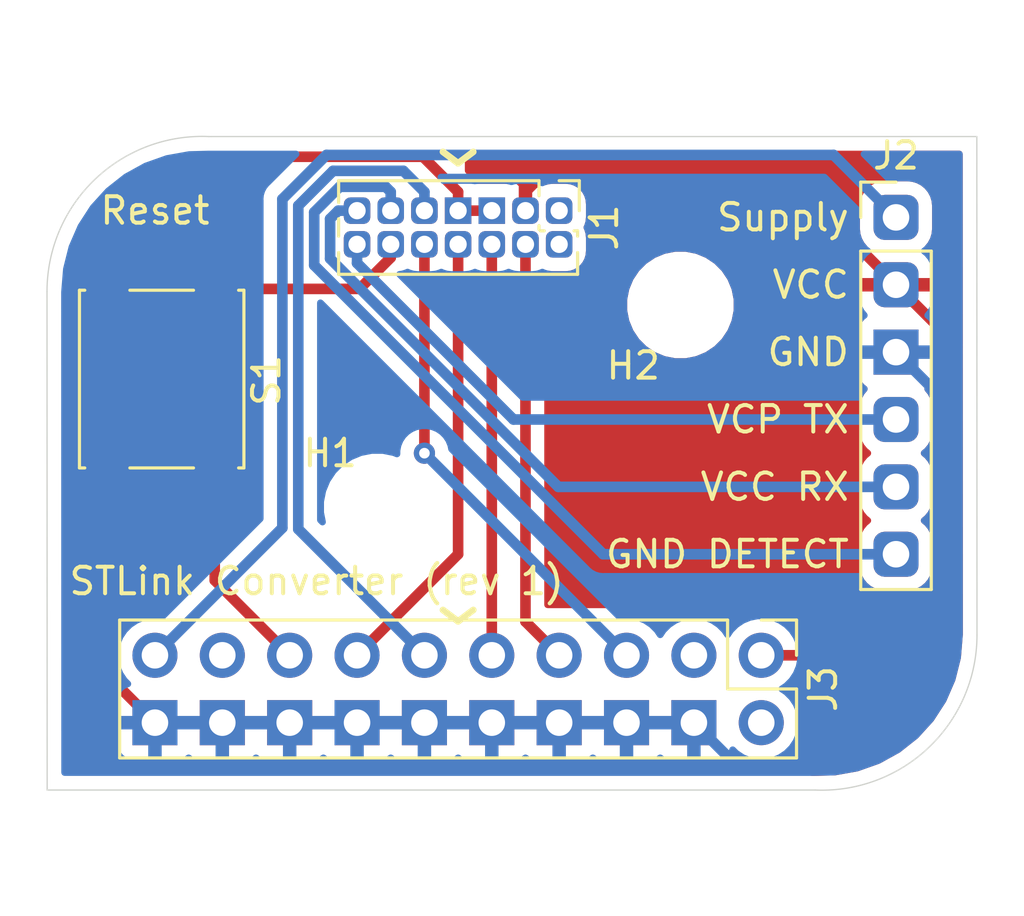
<source format=kicad_pcb>
(kicad_pcb (version 20171130) (host pcbnew 5.1.9)

  (general
    (thickness 1.6)
    (drawings 16)
    (tracks 69)
    (zones 0)
    (modules 6)
    (nets 18)
  )

  (page A4)
  (layers
    (0 F.Cu signal)
    (31 B.Cu signal)
    (32 B.Adhes user)
    (33 F.Adhes user)
    (34 B.Paste user)
    (35 F.Paste user)
    (36 B.SilkS user)
    (37 F.SilkS user)
    (38 B.Mask user)
    (39 F.Mask user)
    (40 Dwgs.User user)
    (41 Cmts.User user)
    (42 Eco1.User user)
    (43 Eco2.User user)
    (44 Edge.Cuts user)
    (45 Margin user)
    (46 B.CrtYd user)
    (47 F.CrtYd user)
    (48 B.Fab user)
    (49 F.Fab user)
  )

  (setup
    (last_trace_width 0.4)
    (user_trace_width 0.4)
    (user_trace_width 0.6)
    (trace_clearance 0.2)
    (zone_clearance 0.508)
    (zone_45_only no)
    (trace_min 0.2)
    (via_size 0.8)
    (via_drill 0.4)
    (via_min_size 0.4)
    (via_min_drill 0.3)
    (uvia_size 0.3)
    (uvia_drill 0.1)
    (uvias_allowed no)
    (uvia_min_size 0.2)
    (uvia_min_drill 0.1)
    (edge_width 0.05)
    (segment_width 0.2)
    (pcb_text_width 0.3)
    (pcb_text_size 1.5 1.5)
    (mod_edge_width 0.12)
    (mod_text_size 1 1)
    (mod_text_width 0.15)
    (pad_size 1.7 1.7)
    (pad_drill 1)
    (pad_to_mask_clearance 0)
    (aux_axis_origin 0 0)
    (visible_elements FFFFFF7F)
    (pcbplotparams
      (layerselection 0x010fc_ffffffff)
      (usegerberextensions true)
      (usegerberattributes true)
      (usegerberadvancedattributes true)
      (creategerberjobfile true)
      (excludeedgelayer true)
      (linewidth 0.100000)
      (plotframeref false)
      (viasonmask false)
      (mode 1)
      (useauxorigin false)
      (hpglpennumber 1)
      (hpglpenspeed 20)
      (hpglpendiameter 15.000000)
      (psnegative false)
      (psa4output false)
      (plotreference true)
      (plotvalue true)
      (plotinvisibletext false)
      (padsonsilk false)
      (subtractmaskfromsilk false)
      (outputformat 1)
      (mirror false)
      (drillshape 0)
      (scaleselection 1)
      (outputdirectory "gerber/"))
  )

  (net 0 "")
  (net 1 T_VCP_TX)
  (net 2 T_VCP_RX)
  (net 3 T_NRST)
  (net 4 GNDDETECT)
  (net 5 T_JTDI)
  (net 6 T_JRCLK)
  (net 7 T_JTDO)
  (net 8 GND)
  (net 9 T_JCLK)
  (net 10 T_JTMS)
  (net 11 T_VCC)
  (net 12 "Net-(J1-Pad2)")
  (net 13 "Net-(J1-Pad1)")
  (net 14 T_SUPPLY)
  (net 15 "Net-(J3-Pad17)")
  (net 16 "Net-(J3-Pad3)")
  (net 17 "Net-(J3-Pad2)")

  (net_class Default "This is the default net class."
    (clearance 0.2)
    (trace_width 0.25)
    (via_dia 0.8)
    (via_drill 0.4)
    (uvia_dia 0.3)
    (uvia_drill 0.1)
    (add_net GND)
    (add_net GNDDETECT)
    (add_net "Net-(J1-Pad1)")
    (add_net "Net-(J1-Pad2)")
    (add_net "Net-(J3-Pad17)")
    (add_net "Net-(J3-Pad2)")
    (add_net "Net-(J3-Pad3)")
    (add_net T_JCLK)
    (add_net T_JRCLK)
    (add_net T_JTDI)
    (add_net T_JTDO)
    (add_net T_JTMS)
    (add_net T_NRST)
    (add_net T_SUPPLY)
    (add_net T_VCC)
    (add_net T_VCP_RX)
    (add_net T_VCP_TX)
  )

  (module MountingHole:MountingHole_3mm (layer F.Cu) (tedit 56D1B4CB) (tstamp 6022D085)
    (at 116.332 74.422)
    (descr "Mounting Hole 3mm, no annular")
    (tags "mounting hole 3mm no annular")
    (path /6025BF82)
    (attr virtual)
    (fp_text reference H2 (at -1.778 2.286) (layer F.SilkS)
      (effects (font (size 1 1) (thickness 0.15)))
    )
    (fp_text value MountingHole (at 0 4) (layer F.Fab)
      (effects (font (size 1 1) (thickness 0.15)))
    )
    (fp_text user %R (at 0.3 0) (layer F.Fab)
      (effects (font (size 1 1) (thickness 0.15)))
    )
    (fp_circle (center 0 0) (end 3 0) (layer Cmts.User) (width 0.15))
    (fp_circle (center 0 0) (end 3.25 0) (layer F.CrtYd) (width 0.05))
    (pad 1 np_thru_hole circle (at 0 0) (size 3 3) (drill 3) (layers *.Cu *.Mask))
  )

  (module MountingHole:MountingHole_3mm (layer F.Cu) (tedit 56D1B4CB) (tstamp 6022D07D)
    (at 104.902 82.042)
    (descr "Mounting Hole 3mm, no annular")
    (tags "mounting hole 3mm no annular")
    (path /6025BA32)
    (attr virtual)
    (fp_text reference H1 (at -1.778 -2.032) (layer F.SilkS)
      (effects (font (size 1 1) (thickness 0.15)))
    )
    (fp_text value MountingHole (at 0 4) (layer F.Fab)
      (effects (font (size 1 1) (thickness 0.15)))
    )
    (fp_text user %R (at 0.3 0) (layer F.Fab)
      (effects (font (size 1 1) (thickness 0.15)))
    )
    (fp_circle (center 0 0) (end 3 0) (layer Cmts.User) (width 0.15))
    (fp_circle (center 0 0) (end 3.25 0) (layer F.CrtYd) (width 0.05))
    (pad 1 np_thru_hole circle (at 0 0) (size 3 3) (drill 3) (layers *.Cu *.Mask))
  )

  (module Button_Switch_SMD:SW_SPST_EVQQ2 (layer F.Cu) (tedit 5872491A) (tstamp 6022BF56)
    (at 96.774 77.216 270)
    (descr "Light Touch Switch, https://industrial.panasonic.com/cdbs/www-data/pdf/ATK0000/ATK0000CE28.pdf")
    (path /6022CBFE)
    (attr smd)
    (fp_text reference S1 (at 0.05 -3.95 90) (layer F.SilkS)
      (effects (font (size 1 1) (thickness 0.15)))
    )
    (fp_text value PUSH_BUTTON (at 0 4.25 90) (layer F.Fab)
      (effects (font (size 1 1) (thickness 0.15)))
    )
    (fp_text user %R (at 0.05 -3.95 90) (layer F.Fab)
      (effects (font (size 1 1) (thickness 0.15)))
    )
    (fp_line (start -3.25 -3) (end 3.25 -3) (layer F.Fab) (width 0.1))
    (fp_line (start 3.25 -3) (end 3.25 3) (layer F.Fab) (width 0.1))
    (fp_line (start 3.25 3) (end -3.25 3) (layer F.Fab) (width 0.1))
    (fp_line (start -3.25 3) (end -3.25 -3) (layer F.Fab) (width 0.1))
    (fp_line (start -5.25 -3.25) (end 5.25 -3.25) (layer F.CrtYd) (width 0.05))
    (fp_line (start 5.25 -3.25) (end 5.25 3.25) (layer F.CrtYd) (width 0.05))
    (fp_line (start 5.25 3.25) (end -5.25 3.25) (layer F.CrtYd) (width 0.05))
    (fp_line (start -5.25 3.25) (end -5.25 -3.25) (layer F.CrtYd) (width 0.05))
    (fp_line (start 3.35 -3.1) (end 3.35 -2.9) (layer F.SilkS) (width 0.12))
    (fp_line (start 3.35 3.1) (end 3.35 2.9) (layer F.SilkS) (width 0.12))
    (fp_line (start -3.35 3.1) (end -3.35 2.9) (layer F.SilkS) (width 0.12))
    (fp_line (start -3.35 -3.1) (end -3.35 -2.9) (layer F.SilkS) (width 0.12))
    (fp_line (start -3.35 -1.2) (end -3.35 1.2) (layer F.SilkS) (width 0.12))
    (fp_line (start 3.35 -1.2) (end 3.35 1.2) (layer F.SilkS) (width 0.12))
    (fp_line (start 3.35 -3.1) (end -3.35 -3.1) (layer F.SilkS) (width 0.12))
    (fp_line (start -3.35 3.1) (end 3.35 3.1) (layer F.SilkS) (width 0.12))
    (fp_circle (center 0 0) (end 1.9 0) (layer F.Fab) (width 0.1))
    (fp_circle (center 0 0) (end 1.5 0) (layer F.Fab) (width 0.1))
    (pad 2 smd rect (at 3.4 2 270) (size 3.2 1) (layers F.Cu F.Paste F.Mask)
      (net 8 GND))
    (pad 2 smd rect (at -3.4 2 270) (size 3.2 1) (layers F.Cu F.Paste F.Mask)
      (net 8 GND))
    (pad 1 smd rect (at -3.4 -2 270) (size 3.2 1) (layers F.Cu F.Paste F.Mask)
      (net 3 T_NRST))
    (pad 1 smd rect (at 3.4 -2 270) (size 3.2 1) (layers F.Cu F.Paste F.Mask)
      (net 3 T_NRST))
    (model ${KISYS3DMOD}/Button_Switch_SMD.3dshapes/SW_SPST_EVQQ2.wrl
      (at (xyz 0 0 0))
      (scale (xyz 1 1 1))
      (rotate (xyz 0 0 0))
    )
  )

  (module Connector_PinHeader_2.54mm:PinHeader_2x10_P2.54mm_Vertical (layer F.Cu) (tedit 602267E2) (tstamp 6022B73C)
    (at 119.38 87.63 270)
    (descr "Through hole straight pin header, 2x10, 2.54mm pitch, double rows")
    (tags "Through hole pin header THT 2x10 2.54mm double row")
    (path /60228B64)
    (fp_text reference J3 (at 1.27 -2.33 90) (layer F.SilkS)
      (effects (font (size 1 1) (thickness 0.15)))
    )
    (fp_text value Conn_02x10_Odd_Even (at 1.27 25.19 90) (layer F.Fab)
      (effects (font (size 1 1) (thickness 0.15)))
    )
    (fp_text user %R (at 1.27 11.43) (layer F.Fab)
      (effects (font (size 1 1) (thickness 0.15)))
    )
    (fp_line (start 0 -1.27) (end 3.81 -1.27) (layer F.Fab) (width 0.1))
    (fp_line (start 3.81 -1.27) (end 3.81 24.13) (layer F.Fab) (width 0.1))
    (fp_line (start 3.81 24.13) (end -1.27 24.13) (layer F.Fab) (width 0.1))
    (fp_line (start -1.27 24.13) (end -1.27 0) (layer F.Fab) (width 0.1))
    (fp_line (start -1.27 0) (end 0 -1.27) (layer F.Fab) (width 0.1))
    (fp_line (start -1.33 24.19) (end 3.87 24.19) (layer F.SilkS) (width 0.12))
    (fp_line (start -1.33 1.27) (end -1.33 24.19) (layer F.SilkS) (width 0.12))
    (fp_line (start 3.87 -1.33) (end 3.87 24.19) (layer F.SilkS) (width 0.12))
    (fp_line (start -1.33 1.27) (end 1.27 1.27) (layer F.SilkS) (width 0.12))
    (fp_line (start 1.27 1.27) (end 1.27 -1.33) (layer F.SilkS) (width 0.12))
    (fp_line (start 1.27 -1.33) (end 3.87 -1.33) (layer F.SilkS) (width 0.12))
    (fp_line (start -1.33 0) (end -1.33 -1.33) (layer F.SilkS) (width 0.12))
    (fp_line (start -1.33 -1.33) (end 0 -1.33) (layer F.SilkS) (width 0.12))
    (fp_line (start -1.8 -1.8) (end -1.8 24.65) (layer F.CrtYd) (width 0.05))
    (fp_line (start -1.8 24.65) (end 4.35 24.65) (layer F.CrtYd) (width 0.05))
    (fp_line (start 4.35 24.65) (end 4.35 -1.8) (layer F.CrtYd) (width 0.05))
    (fp_line (start 4.35 -1.8) (end -1.8 -1.8) (layer F.CrtYd) (width 0.05))
    (pad 20 thru_hole rect (at 2.54 22.86 270) (size 1.7 1.7) (drill 1) (layers *.Cu *.Mask)
      (net 8 GND))
    (pad 19 thru_hole oval (at 0 22.86 270) (size 1.7 1.7) (drill 1) (layers *.Cu *.Mask)
      (net 14 T_SUPPLY))
    (pad 18 thru_hole rect (at 2.54 20.32 270) (size 1.7 1.7) (drill 1) (layers *.Cu *.Mask)
      (net 8 GND))
    (pad 17 thru_hole oval (at 0 20.32 270) (size 1.7 1.7) (drill 1) (layers *.Cu *.Mask)
      (net 15 "Net-(J3-Pad17)"))
    (pad 16 thru_hole rect (at 2.54 17.78 270) (size 1.7 1.7) (drill 1) (layers *.Cu *.Mask)
      (net 8 GND))
    (pad 15 thru_hole oval (at 0 17.78 270) (size 1.7 1.7) (drill 1) (layers *.Cu *.Mask)
      (net 3 T_NRST))
    (pad 14 thru_hole rect (at 2.54 15.24 270) (size 1.7 1.7) (drill 1) (layers *.Cu *.Mask)
      (net 8 GND))
    (pad 13 thru_hole oval (at 0 15.24 270) (size 1.7 1.7) (drill 1) (layers *.Cu *.Mask)
      (net 7 T_JTDO))
    (pad 12 thru_hole rect (at 2.54 12.7 270) (size 1.7 1.7) (drill 1) (layers *.Cu *.Mask)
      (net 8 GND))
    (pad 11 thru_hole oval (at 0 12.7 270) (size 1.7 1.7) (drill 1) (layers *.Cu *.Mask)
      (net 6 T_JRCLK))
    (pad 10 thru_hole rect (at 2.54 10.16 270) (size 1.7 1.7) (drill 1) (layers *.Cu *.Mask)
      (net 8 GND))
    (pad 9 thru_hole oval (at 0 10.16 270) (size 1.7 1.7) (drill 1) (layers *.Cu *.Mask)
      (net 9 T_JCLK))
    (pad 8 thru_hole rect (at 2.54 7.62 270) (size 1.7 1.7) (drill 1) (layers *.Cu *.Mask)
      (net 8 GND))
    (pad 7 thru_hole oval (at 0 7.62 270) (size 1.7 1.7) (drill 1) (layers *.Cu *.Mask)
      (net 10 T_JTMS))
    (pad 6 thru_hole rect (at 2.54 5.08 270) (size 1.7 1.7) (drill 1) (layers *.Cu *.Mask)
      (net 8 GND))
    (pad 5 thru_hole oval (at 0 5.08 270) (size 1.7 1.7) (drill 1) (layers *.Cu *.Mask)
      (net 5 T_JTDI))
    (pad 4 thru_hole rect (at 2.54 2.54 270) (size 1.7 1.7) (drill 1) (layers *.Cu *.Mask)
      (net 8 GND))
    (pad 3 thru_hole oval (at 0 2.54 270) (size 1.7 1.7) (drill 1) (layers *.Cu *.Mask)
      (net 16 "Net-(J3-Pad3)"))
    (pad 2 thru_hole oval (at 2.54 0 270) (size 1.7 1.7) (drill 1) (layers *.Cu *.Mask)
      (net 17 "Net-(J3-Pad2)"))
    (pad 1 thru_hole oval (at 0 0 270) (size 1.7 1.7) (drill 1) (layers *.Cu *.Mask)
      (net 11 T_VCC))
    (model ${KISYS3DMOD}/Connector_PinHeader_2.54mm.3dshapes/PinHeader_2x10_P2.54mm_Vertical.wrl
      (at (xyz 0 0 0))
      (scale (xyz 1 1 1))
      (rotate (xyz 0 0 0))
    )
  )

  (module Connector_PinHeader_2.54mm:PinHeader_1x06_P2.54mm_Vertical (layer F.Cu) (tedit 602263A6) (tstamp 6022B712)
    (at 124.46 71.12)
    (descr "Through hole straight pin header, 1x06, 2.54mm pitch, single row")
    (tags "Through hole pin header THT 1x06 2.54mm single row")
    (path /6022AF1B)
    (fp_text reference J2 (at 0 -2.33) (layer F.SilkS)
      (effects (font (size 1 1) (thickness 0.15)))
    )
    (fp_text value Conn_01x06 (at 0 15.03) (layer F.Fab)
      (effects (font (size 1 1) (thickness 0.15)))
    )
    (fp_text user %R (at 0 6.35 90) (layer F.Fab)
      (effects (font (size 1 1) (thickness 0.15)))
    )
    (fp_line (start -0.635 -1.27) (end 1.27 -1.27) (layer F.Fab) (width 0.1))
    (fp_line (start 1.27 -1.27) (end 1.27 13.97) (layer F.Fab) (width 0.1))
    (fp_line (start 1.27 13.97) (end -1.27 13.97) (layer F.Fab) (width 0.1))
    (fp_line (start -1.27 13.97) (end -1.27 -0.635) (layer F.Fab) (width 0.1))
    (fp_line (start -1.27 -0.635) (end -0.635 -1.27) (layer F.Fab) (width 0.1))
    (fp_line (start -1.33 14.03) (end 1.33 14.03) (layer F.SilkS) (width 0.12))
    (fp_line (start -1.33 1.27) (end -1.33 14.03) (layer F.SilkS) (width 0.12))
    (fp_line (start 1.33 1.27) (end 1.33 14.03) (layer F.SilkS) (width 0.12))
    (fp_line (start -1.33 1.27) (end 1.33 1.27) (layer F.SilkS) (width 0.12))
    (fp_line (start -1.33 0) (end -1.33 -1.33) (layer F.SilkS) (width 0.12))
    (fp_line (start -1.33 -1.33) (end 0 -1.33) (layer F.SilkS) (width 0.12))
    (fp_line (start -1.8 -1.8) (end -1.8 14.5) (layer F.CrtYd) (width 0.05))
    (fp_line (start -1.8 14.5) (end 1.8 14.5) (layer F.CrtYd) (width 0.05))
    (fp_line (start 1.8 14.5) (end 1.8 -1.8) (layer F.CrtYd) (width 0.05))
    (fp_line (start 1.8 -1.8) (end -1.8 -1.8) (layer F.CrtYd) (width 0.05))
    (pad 6 thru_hole roundrect (at 0 12.7) (size 1.7 1.7) (drill 1) (layers *.Cu *.Mask) (roundrect_rratio 0.25)
      (net 4 GNDDETECT))
    (pad 5 thru_hole roundrect (at 0 10.16) (size 1.7 1.7) (drill 1) (layers *.Cu *.Mask) (roundrect_rratio 0.25)
      (net 2 T_VCP_RX))
    (pad 4 thru_hole roundrect (at 0 7.62) (size 1.7 1.7) (drill 1) (layers *.Cu *.Mask) (roundrect_rratio 0.25)
      (net 1 T_VCP_TX))
    (pad 3 thru_hole trapezoid (at 0 5.08) (size 1.7 1.7) (drill 1) (layers *.Cu *.Mask)
      (net 8 GND))
    (pad 2 thru_hole roundrect (at 0 2.54) (size 1.7 1.7) (drill 1) (layers *.Cu *.Mask) (roundrect_rratio 0.25)
      (net 11 T_VCC))
    (pad 1 thru_hole roundrect (at 0 0) (size 1.7 1.7) (drill 1) (layers *.Cu *.Mask) (roundrect_rratio 0.25)
      (net 14 T_SUPPLY))
    (model ${KISYS3DMOD}/Connector_PinHeader_2.54mm.3dshapes/PinHeader_1x06_P2.54mm_Vertical.wrl
      (at (xyz 0 0 0))
      (scale (xyz 1 1 1))
      (rotate (xyz 0 0 0))
    )
  )

  (module Connector_PinHeader_1.27mm:PinHeader_2x07_P1.27mm_Vertical (layer F.Cu) (tedit 60226414) (tstamp 6022B6F8)
    (at 111.76 70.866 270)
    (descr "Through hole straight pin header, 2x07, 1.27mm pitch, double rows")
    (tags "Through hole pin header THT 2x07 1.27mm double row")
    (path /6022694F)
    (fp_text reference J1 (at 0.635 -1.695 90) (layer F.SilkS)
      (effects (font (size 1 1) (thickness 0.15)))
    )
    (fp_text value Conn_02x07_Odd_Even (at 0.635 9.315 90) (layer F.Fab)
      (effects (font (size 1 1) (thickness 0.15)))
    )
    (fp_text user %R (at 0.635 3.81) (layer F.Fab)
      (effects (font (size 1 1) (thickness 0.15)))
    )
    (fp_line (start -0.2175 -0.635) (end 2.34 -0.635) (layer F.Fab) (width 0.1))
    (fp_line (start 2.34 -0.635) (end 2.34 8.255) (layer F.Fab) (width 0.1))
    (fp_line (start 2.34 8.255) (end -1.07 8.255) (layer F.Fab) (width 0.1))
    (fp_line (start -1.07 8.255) (end -1.07 0.2175) (layer F.Fab) (width 0.1))
    (fp_line (start -1.07 0.2175) (end -0.2175 -0.635) (layer F.Fab) (width 0.1))
    (fp_line (start -1.13 8.315) (end -0.30753 8.315) (layer F.SilkS) (width 0.12))
    (fp_line (start 1.57753 8.315) (end 2.4 8.315) (layer F.SilkS) (width 0.12))
    (fp_line (start 0.30753 8.315) (end 0.96247 8.315) (layer F.SilkS) (width 0.12))
    (fp_line (start -1.13 0.76) (end -1.13 8.315) (layer F.SilkS) (width 0.12))
    (fp_line (start 2.4 -0.695) (end 2.4 8.315) (layer F.SilkS) (width 0.12))
    (fp_line (start -1.13 0.76) (end -0.563471 0.76) (layer F.SilkS) (width 0.12))
    (fp_line (start 0.563471 0.76) (end 0.706529 0.76) (layer F.SilkS) (width 0.12))
    (fp_line (start 0.76 0.706529) (end 0.76 0.563471) (layer F.SilkS) (width 0.12))
    (fp_line (start 0.76 -0.563471) (end 0.76 -0.695) (layer F.SilkS) (width 0.12))
    (fp_line (start 0.76 -0.695) (end 0.96247 -0.695) (layer F.SilkS) (width 0.12))
    (fp_line (start 1.57753 -0.695) (end 2.4 -0.695) (layer F.SilkS) (width 0.12))
    (fp_line (start -1.13 0) (end -1.13 -0.76) (layer F.SilkS) (width 0.12))
    (fp_line (start -1.13 -0.76) (end 0 -0.76) (layer F.SilkS) (width 0.12))
    (fp_line (start -1.6 -1.15) (end -1.6 8.8) (layer F.CrtYd) (width 0.05))
    (fp_line (start -1.6 8.8) (end 2.85 8.8) (layer F.CrtYd) (width 0.05))
    (fp_line (start 2.85 8.8) (end 2.85 -1.15) (layer F.CrtYd) (width 0.05))
    (fp_line (start 2.85 -1.15) (end -1.6 -1.15) (layer F.CrtYd) (width 0.05))
    (pad 14 thru_hole roundrect (at 1.27 7.62 270) (size 1 1) (drill 0.65) (layers *.Cu *.Mask) (roundrect_rratio 0.25)
      (net 1 T_VCP_TX))
    (pad 13 thru_hole roundrect (at 0 7.62 270) (size 1 1) (drill 0.65) (layers *.Cu *.Mask) (roundrect_rratio 0.25)
      (net 2 T_VCP_RX))
    (pad 12 thru_hole roundrect (at 1.27 6.35 270) (size 1 1) (drill 0.65) (layers *.Cu *.Mask) (roundrect_rratio 0.25)
      (net 3 T_NRST))
    (pad 11 thru_hole roundrect (at 0 6.35 270) (size 1 1) (drill 0.65) (layers *.Cu *.Mask) (roundrect_rratio 0.25)
      (net 4 GNDDETECT))
    (pad 10 thru_hole roundrect (at 1.27 5.08 270) (size 1 1) (drill 0.65) (layers *.Cu *.Mask) (roundrect_rratio 0.25)
      (net 5 T_JTDI))
    (pad 9 thru_hole roundrect (at 0 5.08 270) (size 1 1) (drill 0.65) (layers *.Cu *.Mask) (roundrect_rratio 0.25)
      (net 6 T_JRCLK))
    (pad 8 thru_hole roundrect (at 1.27 3.81 270) (size 1 1) (drill 0.65) (layers *.Cu *.Mask) (roundrect_rratio 0.25)
      (net 7 T_JTDO))
    (pad 7 thru_hole trapezoid (at 0 3.81 270) (size 1 1) (drill 0.65) (layers *.Cu *.Mask)
      (net 8 GND))
    (pad 6 thru_hole roundrect (at 1.27 2.54 270) (size 1 1) (drill 0.65) (layers *.Cu *.Mask) (roundrect_rratio 0.25)
      (net 9 T_JCLK))
    (pad 5 thru_hole trapezoid (at 0 2.54 270) (size 1 1) (drill 0.65) (layers *.Cu *.Mask)
      (net 8 GND))
    (pad 4 thru_hole roundrect (at 1.27 1.27 270) (size 1 1) (drill 0.65) (layers *.Cu *.Mask) (roundrect_rratio 0.25)
      (net 10 T_JTMS))
    (pad 3 thru_hole roundrect (at 0 1.27 270) (size 1 1) (drill 0.65) (layers *.Cu *.Mask) (roundrect_rratio 0.25)
      (net 11 T_VCC))
    (pad 2 thru_hole roundrect (at 1.27 0 270) (size 1 1) (drill 0.65) (layers *.Cu *.Mask) (roundrect_rratio 0.25)
      (net 12 "Net-(J1-Pad2)"))
    (pad 1 thru_hole roundrect (at 0 0 270) (size 1 1) (drill 0.65) (layers *.Cu *.Mask) (roundrect_rratio 0.25)
      (net 13 "Net-(J1-Pad1)"))
    (model ${KISYS3DMOD}/Connector_PinHeader_1.27mm.3dshapes/PinHeader_2x07_P1.27mm_Vertical.wrl
      (at (xyz 0 0 0))
      (scale (xyz 1 1 1))
      (rotate (xyz 0 0 0))
    )
  )

  (gr_text ^ (at 107.95 84.582 180) (layer F.SilkS) (tstamp 6022D83A)
    (effects (font (size 3 3) (thickness 0.25)))
  )
  (gr_text "STLink Converter (rev 1)" (at 102.616 84.836) (layer F.SilkS)
    (effects (font (size 1 1) (thickness 0.15)))
  )
  (gr_text Reset (at 96.52 70.866) (layer F.SilkS)
    (effects (font (size 1 1) (thickness 0.15)))
  )
  (gr_text "GND DETECT" (at 118.102286 83.82) (layer F.SilkS)
    (effects (font (size 1 1) (thickness 0.15)))
  )
  (gr_text "VCC RX" (at 119.888 81.28) (layer F.SilkS)
    (effects (font (size 1 1) (thickness 0.15)))
  )
  (gr_text "VCP TX" (at 120.007048 78.74) (layer F.SilkS)
    (effects (font (size 1 1) (thickness 0.15)))
  )
  (gr_text GND (at 121.149905 76.2) (layer F.SilkS)
    (effects (font (size 1 1) (thickness 0.15)))
  )
  (gr_text VCC (at 121.245143 73.66) (layer F.SilkS)
    (effects (font (size 1 1) (thickness 0.15)))
  )
  (gr_text Supply (at 120.197524 71.12) (layer F.SilkS)
    (effects (font (size 1 1) (thickness 0.15)))
  )
  (gr_text ^ (at 107.95 67.31 180) (layer F.SilkS)
    (effects (font (size 3 3) (thickness 0.25)))
  )
  (gr_arc (start 121.666 86.868) (end 121.412 92.71) (angle -92.48955292) (layer Edge.Cuts) (width 0.05) (tstamp 6022CD25))
  (gr_line (start 92.456 92.71) (end 92.450481 73.914) (layer Edge.Cuts) (width 0.05))
  (gr_line (start 121.412 92.71) (end 92.456 92.71) (layer Edge.Cuts) (width 0.05))
  (gr_line (start 127.508 68.072) (end 127.513519 86.868) (layer Edge.Cuts) (width 0.05))
  (gr_line (start 98.552 68.072) (end 127.508 68.072) (layer Edge.Cuts) (width 0.05))
  (gr_arc (start 98.298 73.914) (end 98.552 68.072) (angle -92.48955292) (layer Edge.Cuts) (width 0.05))

  (segment (start 110.036894 78.74) (end 124.46 78.74) (width 0.4) (layer B.Cu) (net 1))
  (segment (start 104.14 72.843106) (end 110.036894 78.74) (width 0.4) (layer B.Cu) (net 1))
  (segment (start 104.14 72.136) (end 104.14 72.843106) (width 0.4) (layer B.Cu) (net 1))
  (segment (start 103.432894 70.866) (end 103.124 71.174894) (width 0.4) (layer B.Cu) (net 2))
  (segment (start 104.14 70.866) (end 103.432894 70.866) (width 0.4) (layer B.Cu) (net 2))
  (segment (start 111.728352 81.28) (end 124.46 81.28) (width 0.4) (layer B.Cu) (net 2))
  (segment (start 103.124 72.675648) (end 111.728352 81.28) (width 0.4) (layer B.Cu) (net 2))
  (segment (start 103.124 71.174894) (end 103.124 72.675648) (width 0.4) (layer B.Cu) (net 2))
  (segment (start 98.774 73.816) (end 98.774 80.616) (width 0.4) (layer F.Cu) (net 3))
  (segment (start 98.774 84.804) (end 101.6 87.63) (width 0.4) (layer F.Cu) (net 3))
  (segment (start 98.774 80.616) (end 98.774 84.804) (width 0.4) (layer F.Cu) (net 3))
  (segment (start 105.41 72.636) (end 105.41 72.136) (width 0.4) (layer F.Cu) (net 3))
  (segment (start 104.23 73.816) (end 105.41 72.636) (width 0.4) (layer F.Cu) (net 3))
  (segment (start 98.774 73.816) (end 104.23 73.816) (width 0.4) (layer F.Cu) (net 3))
  (segment (start 113.41981 83.82) (end 124.46 83.82) (width 0.4) (layer B.Cu) (net 4))
  (segment (start 102.523991 72.924181) (end 113.41981 83.82) (width 0.4) (layer B.Cu) (net 4))
  (segment (start 102.52399 70.926362) (end 102.523991 72.924181) (width 0.4) (layer B.Cu) (net 4))
  (segment (start 103.484353 69.965999) (end 102.52399 70.926362) (width 0.4) (layer B.Cu) (net 4))
  (segment (start 105.217105 69.965999) (end 103.484353 69.965999) (width 0.4) (layer B.Cu) (net 4))
  (segment (start 105.41 70.158894) (end 105.217105 69.965999) (width 0.4) (layer B.Cu) (net 4))
  (segment (start 105.41 70.866) (end 105.41 70.158894) (width 0.4) (layer B.Cu) (net 4))
  (via (at 106.68 80.01) (size 0.8) (drill 0.4) (layers F.Cu B.Cu) (net 5))
  (segment (start 106.68 72.136) (end 106.68 80.01) (width 0.4) (layer F.Cu) (net 5))
  (segment (start 106.68 80.01) (end 114.3 87.63) (width 0.4) (layer B.Cu) (net 5))
  (segment (start 101.923981 70.677831) (end 101.923981 82.873981) (width 0.4) (layer B.Cu) (net 6))
  (segment (start 103.23582 69.36599) (end 101.923981 70.677831) (width 0.4) (layer B.Cu) (net 6))
  (segment (start 105.887095 69.365989) (end 103.23582 69.36599) (width 0.4) (layer B.Cu) (net 6))
  (segment (start 101.923981 82.873981) (end 106.68 87.63) (width 0.4) (layer B.Cu) (net 6))
  (segment (start 106.68 70.158894) (end 105.887095 69.365989) (width 0.4) (layer B.Cu) (net 6))
  (segment (start 106.68 70.866) (end 106.68 70.158894) (width 0.4) (layer B.Cu) (net 6))
  (segment (start 107.95 83.82) (end 104.14 87.63) (width 0.4) (layer F.Cu) (net 7))
  (segment (start 107.95 72.136) (end 107.95 83.82) (width 0.4) (layer F.Cu) (net 7))
  (segment (start 96.52 90.17) (end 99.06 90.17) (width 0.4) (layer B.Cu) (net 8))
  (segment (start 99.06 90.17) (end 101.6 90.17) (width 0.4) (layer B.Cu) (net 8))
  (segment (start 101.6 90.17) (end 104.14 90.17) (width 0.4) (layer B.Cu) (net 8))
  (segment (start 104.14 90.17) (end 106.68 90.17) (width 0.4) (layer B.Cu) (net 8))
  (segment (start 106.68 90.17) (end 109.22 90.17) (width 0.4) (layer B.Cu) (net 8))
  (segment (start 109.22 90.17) (end 111.76 90.17) (width 0.4) (layer B.Cu) (net 8))
  (segment (start 111.76 90.17) (end 114.3 90.17) (width 0.4) (layer B.Cu) (net 8))
  (segment (start 114.3 90.17) (end 116.84 90.17) (width 0.4) (layer B.Cu) (net 8))
  (segment (start 116.84 90.17) (end 118.618 91.948) (width 0.4) (layer B.Cu) (net 8))
  (segment (start 126.492 78.232) (end 124.46 76.2) (width 0.4) (layer B.Cu) (net 8))
  (segment (start 107.95 70.158894) (end 107.95 70.866) (width 0.4) (layer F.Cu) (net 8))
  (segment (start 107.95 70.866) (end 109.22 70.866) (width 0.4) (layer F.Cu) (net 8))
  (segment (start 94.774 88.424) (end 96.52 90.17) (width 0.4) (layer F.Cu) (net 8))
  (segment (start 94.774 80.616) (end 94.774 88.424) (width 0.4) (layer F.Cu) (net 8))
  (segment (start 94.774 80.616) (end 94.774 73.816) (width 0.4) (layer F.Cu) (net 8))
  (segment (start 94.774 73.816) (end 99.756 68.834) (width 0.4) (layer F.Cu) (net 8))
  (segment (start 106.625106 68.834) (end 107.95 70.158894) (width 0.4) (layer F.Cu) (net 8))
  (segment (start 99.756 68.834) (end 106.625106 68.834) (width 0.4) (layer F.Cu) (net 8))
  (segment (start 118.618 91.948) (end 120.65 91.948) (width 0.4) (layer B.Cu) (net 8))
  (segment (start 126.492 86.106) (end 126.492 78.232) (width 0.4) (layer B.Cu) (net 8))
  (segment (start 120.65 91.948) (end 126.492 86.106) (width 0.4) (layer B.Cu) (net 8))
  (segment (start 109.22 87.63) (end 109.22 72.136) (width 0.4) (layer F.Cu) (net 9))
  (segment (start 110.49 86.36) (end 111.76 87.63) (width 0.4) (layer F.Cu) (net 10))
  (segment (start 110.49 72.136) (end 110.49 86.36) (width 0.4) (layer F.Cu) (net 10))
  (segment (start 119.38 87.63) (end 124.968 87.63) (width 0.4) (layer F.Cu) (net 11))
  (segment (start 124.968 87.63) (end 126.492 86.106) (width 0.4) (layer F.Cu) (net 11))
  (segment (start 126.492 75.692) (end 124.46 73.66) (width 0.4) (layer F.Cu) (net 11))
  (segment (start 126.492 86.106) (end 126.492 75.692) (width 0.4) (layer F.Cu) (net 11))
  (segment (start 110.49 70.158894) (end 111.306894 69.342) (width 0.4) (layer F.Cu) (net 11))
  (segment (start 110.49 70.866) (end 110.49 70.158894) (width 0.4) (layer F.Cu) (net 11))
  (segment (start 120.142 69.342) (end 124.46 73.66) (width 0.4) (layer F.Cu) (net 11))
  (segment (start 111.306894 69.342) (end 120.142 69.342) (width 0.4) (layer F.Cu) (net 11))
  (segment (start 122.105981 68.765981) (end 102.987287 68.765982) (width 0.4) (layer B.Cu) (net 14))
  (segment (start 102.987287 68.765982) (end 101.323971 70.429299) (width 0.4) (layer B.Cu) (net 14))
  (segment (start 124.46 71.12) (end 122.105981 68.765981) (width 0.4) (layer B.Cu) (net 14))
  (segment (start 101.323971 82.826029) (end 96.52 87.63) (width 0.4) (layer B.Cu) (net 14))
  (segment (start 101.323971 70.429299) (end 101.323971 82.826029) (width 0.4) (layer B.Cu) (net 14))

  (zone (net 11) (net_name T_VCC) (layer F.Cu) (tstamp 6022D983) (hatch edge 0.508)
    (connect_pads (clearance 0.508))
    (min_thickness 0.254)
    (fill yes (arc_segments 32) (thermal_gap 0.508) (thermal_bridge_width 0.508))
    (polygon
      (pts
        (xy 129.286 94.742) (xy 121.158 94.738806) (xy 121.158 85.855195) (xy 108.204 85.852) (xy 108.204 65.786)
        (xy 129.286 65.786)
      )
    )
    (filled_polygon
      (pts
        (xy 126.853511 86.841002) (xy 126.781664 87.714893) (xy 126.574653 88.539043) (xy 126.235815 89.318316) (xy 125.774255 90.031779)
        (xy 125.20236 90.660283) (xy 124.5355 91.186938) (xy 123.791567 91.597611) (xy 122.990565 91.881261) (xy 122.14967 92.031048)
        (xy 121.403624 92.05) (xy 121.285 92.05) (xy 121.285 85.855195) (xy 121.28256 85.830419) (xy 121.275333 85.806594)
        (xy 121.263597 85.784638) (xy 121.247803 85.765392) (xy 121.228557 85.749598) (xy 121.206601 85.737862) (xy 121.182776 85.730635)
        (xy 121.158031 85.728195) (xy 111.325 85.72577) (xy 111.325 74.211721) (xy 114.197 74.211721) (xy 114.197 74.632279)
        (xy 114.279047 75.044756) (xy 114.439988 75.433302) (xy 114.673637 75.782983) (xy 114.971017 76.080363) (xy 115.320698 76.314012)
        (xy 115.709244 76.474953) (xy 116.121721 76.557) (xy 116.542279 76.557) (xy 116.954756 76.474953) (xy 117.343302 76.314012)
        (xy 117.692983 76.080363) (xy 117.990363 75.782983) (xy 118.224012 75.433302) (xy 118.384953 75.044756) (xy 118.467 74.632279)
        (xy 118.467 74.51) (xy 122.971928 74.51) (xy 122.984188 74.634482) (xy 123.020498 74.75418) (xy 123.079463 74.864494)
        (xy 123.133222 74.93) (xy 123.079463 74.995506) (xy 123.020498 75.10582) (xy 122.984188 75.225518) (xy 122.971928 75.35)
        (xy 122.971928 77.05) (xy 122.984188 77.174482) (xy 123.020498 77.29418) (xy 123.079463 77.404494) (xy 123.158815 77.501185)
        (xy 123.255506 77.580537) (xy 123.264986 77.585604) (xy 123.151088 77.724389) (xy 123.05285 77.90818) (xy 122.992355 78.107605)
        (xy 122.971928 78.315) (xy 122.971928 79.165) (xy 122.992355 79.372395) (xy 123.05285 79.57182) (xy 123.151088 79.755611)
        (xy 123.283295 79.916705) (xy 123.396975 80.01) (xy 123.283295 80.103295) (xy 123.151088 80.264389) (xy 123.05285 80.44818)
        (xy 122.992355 80.647605) (xy 122.971928 80.855) (xy 122.971928 81.705) (xy 122.992355 81.912395) (xy 123.05285 82.11182)
        (xy 123.151088 82.295611) (xy 123.283295 82.456705) (xy 123.396975 82.55) (xy 123.283295 82.643295) (xy 123.151088 82.804389)
        (xy 123.05285 82.98818) (xy 122.992355 83.187605) (xy 122.971928 83.395) (xy 122.971928 84.245) (xy 122.992355 84.452395)
        (xy 123.05285 84.65182) (xy 123.151088 84.835611) (xy 123.283295 84.996705) (xy 123.444389 85.128912) (xy 123.62818 85.22715)
        (xy 123.827605 85.287645) (xy 124.035 85.308072) (xy 124.885 85.308072) (xy 125.092395 85.287645) (xy 125.29182 85.22715)
        (xy 125.475611 85.128912) (xy 125.636705 84.996705) (xy 125.768912 84.835611) (xy 125.86715 84.65182) (xy 125.927645 84.452395)
        (xy 125.948072 84.245) (xy 125.948072 83.395) (xy 125.927645 83.187605) (xy 125.86715 82.98818) (xy 125.768912 82.804389)
        (xy 125.636705 82.643295) (xy 125.523025 82.55) (xy 125.636705 82.456705) (xy 125.768912 82.295611) (xy 125.86715 82.11182)
        (xy 125.927645 81.912395) (xy 125.948072 81.705) (xy 125.948072 80.855) (xy 125.927645 80.647605) (xy 125.86715 80.44818)
        (xy 125.768912 80.264389) (xy 125.636705 80.103295) (xy 125.523025 80.01) (xy 125.636705 79.916705) (xy 125.768912 79.755611)
        (xy 125.86715 79.57182) (xy 125.927645 79.372395) (xy 125.948072 79.165) (xy 125.948072 78.315) (xy 125.927645 78.107605)
        (xy 125.86715 77.90818) (xy 125.768912 77.724389) (xy 125.655014 77.585604) (xy 125.664494 77.580537) (xy 125.761185 77.501185)
        (xy 125.840537 77.404494) (xy 125.899502 77.29418) (xy 125.935812 77.174482) (xy 125.948072 77.05) (xy 125.948072 75.35)
        (xy 125.935812 75.225518) (xy 125.899502 75.10582) (xy 125.840537 74.995506) (xy 125.786778 74.93) (xy 125.840537 74.864494)
        (xy 125.899502 74.75418) (xy 125.935812 74.634482) (xy 125.948072 74.51) (xy 125.945 73.94575) (xy 125.78625 73.787)
        (xy 124.587 73.787) (xy 124.587 73.807) (xy 124.333 73.807) (xy 124.333 73.787) (xy 123.13375 73.787)
        (xy 122.975 73.94575) (xy 122.971928 74.51) (xy 118.467 74.51) (xy 118.467 74.211721) (xy 118.384953 73.799244)
        (xy 118.224012 73.410698) (xy 117.990363 73.061017) (xy 117.692983 72.763637) (xy 117.343302 72.529988) (xy 116.954756 72.369047)
        (xy 116.542279 72.287) (xy 116.121721 72.287) (xy 115.709244 72.369047) (xy 115.320698 72.529988) (xy 114.971017 72.763637)
        (xy 114.673637 73.061017) (xy 114.439988 73.410698) (xy 114.279047 73.799244) (xy 114.197 74.211721) (xy 111.325 74.211721)
        (xy 111.325 73.253445) (xy 111.336746 73.257008) (xy 111.51 73.274072) (xy 112.01 73.274072) (xy 112.183254 73.257008)
        (xy 112.34985 73.206472) (xy 112.503386 73.124405) (xy 112.637962 73.013962) (xy 112.748405 72.879386) (xy 112.830472 72.72585)
        (xy 112.881008 72.559254) (xy 112.898072 72.386) (xy 112.898072 71.886) (xy 112.881008 71.712746) (xy 112.830472 71.54615)
        (xy 112.806339 71.501) (xy 112.830472 71.45585) (xy 112.881008 71.289254) (xy 112.898072 71.116) (xy 112.898072 70.695)
        (xy 122.971928 70.695) (xy 122.971928 71.545) (xy 122.992355 71.752395) (xy 123.05285 71.95182) (xy 123.151088 72.135611)
        (xy 123.264986 72.274396) (xy 123.255506 72.279463) (xy 123.158815 72.358815) (xy 123.079463 72.455506) (xy 123.020498 72.56582)
        (xy 122.984188 72.685518) (xy 122.971928 72.81) (xy 122.975 73.37425) (xy 123.13375 73.533) (xy 124.333 73.533)
        (xy 124.333 73.513) (xy 124.587 73.513) (xy 124.587 73.533) (xy 125.78625 73.533) (xy 125.945 73.37425)
        (xy 125.948072 72.81) (xy 125.935812 72.685518) (xy 125.899502 72.56582) (xy 125.840537 72.455506) (xy 125.761185 72.358815)
        (xy 125.664494 72.279463) (xy 125.655014 72.274396) (xy 125.768912 72.135611) (xy 125.86715 71.95182) (xy 125.927645 71.752395)
        (xy 125.948072 71.545) (xy 125.948072 70.695) (xy 125.927645 70.487605) (xy 125.86715 70.28818) (xy 125.768912 70.104389)
        (xy 125.636705 69.943295) (xy 125.475611 69.811088) (xy 125.29182 69.71285) (xy 125.092395 69.652355) (xy 124.885 69.631928)
        (xy 124.035 69.631928) (xy 123.827605 69.652355) (xy 123.62818 69.71285) (xy 123.444389 69.811088) (xy 123.283295 69.943295)
        (xy 123.151088 70.104389) (xy 123.05285 70.28818) (xy 122.992355 70.487605) (xy 122.971928 70.695) (xy 112.898072 70.695)
        (xy 112.898072 70.616) (xy 112.881008 70.442746) (xy 112.830472 70.27615) (xy 112.748405 70.122614) (xy 112.637962 69.988038)
        (xy 112.503386 69.877595) (xy 112.34985 69.795528) (xy 112.183254 69.744992) (xy 112.01 69.727928) (xy 111.51 69.727928)
        (xy 111.336746 69.744992) (xy 111.233532 69.776301) (xy 111.114482 69.740188) (xy 110.99 69.727928) (xy 110.77575 69.731)
        (xy 110.617 69.88975) (xy 110.617 70.739) (xy 110.621928 70.739) (xy 110.621928 70.993) (xy 110.617 70.993)
        (xy 110.617 70.997928) (xy 110.363 70.997928) (xy 110.363 70.993) (xy 110.358072 70.993) (xy 110.358072 70.739)
        (xy 110.363 70.739) (xy 110.363 69.88975) (xy 110.20425 69.731) (xy 109.99 69.727928) (xy 109.865518 69.740188)
        (xy 109.855 69.743379) (xy 109.844482 69.740188) (xy 109.72 69.727928) (xy 108.72 69.727928) (xy 108.669119 69.732939)
        (xy 108.647636 69.692748) (xy 108.597722 69.631928) (xy 108.543291 69.565603) (xy 108.511428 69.539454) (xy 108.331 69.359026)
        (xy 108.331 68.732) (xy 126.848194 68.732)
      )
    )
  )
  (zone (net 8) (net_name GND) (layer B.Cu) (tstamp 6022D980) (hatch edge 0.508)
    (connect_pads (clearance 0.508))
    (min_thickness 0.254)
    (fill yes (arc_segments 32) (thermal_gap 0.508) (thermal_bridge_width 0.508))
    (polygon
      (pts
        (xy 129.286 94.742) (xy 90.678 94.742) (xy 90.678 65.786) (xy 129.286 65.786)
      )
    )
    (filled_polygon
      (pts
        (xy 100.762544 69.809858) (xy 100.73068 69.836008) (xy 100.626335 69.963154) (xy 100.548799 70.108213) (xy 100.501053 70.265611)
        (xy 100.495442 70.322582) (xy 100.484931 70.429299) (xy 100.488971 70.470318) (xy 100.488972 82.480159) (xy 96.79794 86.171193)
        (xy 96.66626 86.145) (xy 96.37374 86.145) (xy 96.086842 86.202068) (xy 95.816589 86.31401) (xy 95.573368 86.476525)
        (xy 95.366525 86.683368) (xy 95.20401 86.926589) (xy 95.092068 87.196842) (xy 95.035 87.48374) (xy 95.035 87.77626)
        (xy 95.092068 88.063158) (xy 95.20401 88.333411) (xy 95.366525 88.576632) (xy 95.49838 88.708487) (xy 95.42582 88.730498)
        (xy 95.315506 88.789463) (xy 95.218815 88.868815) (xy 95.139463 88.965506) (xy 95.080498 89.07582) (xy 95.044188 89.195518)
        (xy 95.031928 89.32) (xy 95.035 89.88425) (xy 95.19375 90.043) (xy 96.393 90.043) (xy 96.393 90.023)
        (xy 96.647 90.023) (xy 96.647 90.043) (xy 98.933 90.043) (xy 98.933 90.023) (xy 99.187 90.023)
        (xy 99.187 90.043) (xy 101.473 90.043) (xy 101.473 90.023) (xy 101.727 90.023) (xy 101.727 90.043)
        (xy 104.013 90.043) (xy 104.013 90.023) (xy 104.267 90.023) (xy 104.267 90.043) (xy 106.553 90.043)
        (xy 106.553 90.023) (xy 106.807 90.023) (xy 106.807 90.043) (xy 109.093 90.043) (xy 109.093 90.023)
        (xy 109.347 90.023) (xy 109.347 90.043) (xy 111.633 90.043) (xy 111.633 90.023) (xy 111.887 90.023)
        (xy 111.887 90.043) (xy 114.173 90.043) (xy 114.173 90.023) (xy 114.427 90.023) (xy 114.427 90.043)
        (xy 116.713 90.043) (xy 116.713 90.023) (xy 116.967 90.023) (xy 116.967 90.043) (xy 116.987 90.043)
        (xy 116.987 90.297) (xy 116.967 90.297) (xy 116.967 91.49625) (xy 117.12575 91.655) (xy 117.69 91.658072)
        (xy 117.814482 91.645812) (xy 117.93418 91.609502) (xy 118.044494 91.550537) (xy 118.141185 91.471185) (xy 118.220537 91.374494)
        (xy 118.279502 91.26418) (xy 118.301513 91.19162) (xy 118.433368 91.323475) (xy 118.676589 91.48599) (xy 118.946842 91.597932)
        (xy 119.23374 91.655) (xy 119.52626 91.655) (xy 119.813158 91.597932) (xy 120.083411 91.48599) (xy 120.326632 91.323475)
        (xy 120.533475 91.116632) (xy 120.69599 90.873411) (xy 120.807932 90.603158) (xy 120.865 90.31626) (xy 120.865 90.02374)
        (xy 120.807932 89.736842) (xy 120.69599 89.466589) (xy 120.533475 89.223368) (xy 120.326632 89.016525) (xy 120.15224 88.9)
        (xy 120.326632 88.783475) (xy 120.533475 88.576632) (xy 120.69599 88.333411) (xy 120.807932 88.063158) (xy 120.865 87.77626)
        (xy 120.865 87.48374) (xy 120.807932 87.196842) (xy 120.69599 86.926589) (xy 120.533475 86.683368) (xy 120.326632 86.476525)
        (xy 120.083411 86.31401) (xy 119.813158 86.202068) (xy 119.52626 86.145) (xy 119.23374 86.145) (xy 118.946842 86.202068)
        (xy 118.676589 86.31401) (xy 118.433368 86.476525) (xy 118.226525 86.683368) (xy 118.11 86.85776) (xy 117.993475 86.683368)
        (xy 117.786632 86.476525) (xy 117.543411 86.31401) (xy 117.273158 86.202068) (xy 116.98626 86.145) (xy 116.69374 86.145)
        (xy 116.406842 86.202068) (xy 116.136589 86.31401) (xy 115.893368 86.476525) (xy 115.686525 86.683368) (xy 115.57 86.85776)
        (xy 115.453475 86.683368) (xy 115.246632 86.476525) (xy 115.003411 86.31401) (xy 114.733158 86.202068) (xy 114.44626 86.145)
        (xy 114.15374 86.145) (xy 114.022061 86.171193) (xy 107.704093 79.853226) (xy 107.675226 79.708102) (xy 107.597205 79.519744)
        (xy 107.483937 79.350226) (xy 107.339774 79.206063) (xy 107.170256 79.092795) (xy 106.981898 79.014774) (xy 106.781939 78.975)
        (xy 106.578061 78.975) (xy 106.378102 79.014774) (xy 106.189744 79.092795) (xy 106.020226 79.206063) (xy 105.876063 79.350226)
        (xy 105.762795 79.519744) (xy 105.684774 79.708102) (xy 105.645 79.908061) (xy 105.645 80.038854) (xy 105.524756 79.989047)
        (xy 105.112279 79.907) (xy 104.691721 79.907) (xy 104.279244 79.989047) (xy 103.890698 80.149988) (xy 103.541017 80.383637)
        (xy 103.243637 80.681017) (xy 103.009988 81.030698) (xy 102.849047 81.419244) (xy 102.767 81.831721) (xy 102.767 82.252279)
        (xy 102.837482 82.606615) (xy 102.758981 82.528114) (xy 102.758981 74.340038) (xy 112.800369 84.381427) (xy 112.826519 84.413291)
        (xy 112.953664 84.517636) (xy 113.098723 84.595172) (xy 113.256121 84.642918) (xy 113.419809 84.65904) (xy 113.460828 84.655)
        (xy 123.05455 84.655) (xy 123.151088 84.835611) (xy 123.283295 84.996705) (xy 123.444389 85.128912) (xy 123.62818 85.22715)
        (xy 123.827605 85.287645) (xy 124.035 85.308072) (xy 124.885 85.308072) (xy 125.092395 85.287645) (xy 125.29182 85.22715)
        (xy 125.475611 85.128912) (xy 125.636705 84.996705) (xy 125.768912 84.835611) (xy 125.86715 84.65182) (xy 125.927645 84.452395)
        (xy 125.948072 84.245) (xy 125.948072 83.395) (xy 125.927645 83.187605) (xy 125.86715 82.98818) (xy 125.768912 82.804389)
        (xy 125.636705 82.643295) (xy 125.523025 82.55) (xy 125.636705 82.456705) (xy 125.768912 82.295611) (xy 125.86715 82.11182)
        (xy 125.927645 81.912395) (xy 125.948072 81.705) (xy 125.948072 80.855) (xy 125.927645 80.647605) (xy 125.86715 80.44818)
        (xy 125.768912 80.264389) (xy 125.636705 80.103295) (xy 125.523025 80.01) (xy 125.636705 79.916705) (xy 125.768912 79.755611)
        (xy 125.86715 79.57182) (xy 125.927645 79.372395) (xy 125.948072 79.165) (xy 125.948072 78.315) (xy 125.927645 78.107605)
        (xy 125.86715 77.90818) (xy 125.768912 77.724389) (xy 125.655014 77.585604) (xy 125.664494 77.580537) (xy 125.761185 77.501185)
        (xy 125.840537 77.404494) (xy 125.899502 77.29418) (xy 125.935812 77.174482) (xy 125.948072 77.05) (xy 125.948072 76.327)
        (xy 124.587 76.327) (xy 124.587 76.347) (xy 124.333 76.347) (xy 124.333 76.327) (xy 122.971928 76.327)
        (xy 122.971928 77.05) (xy 122.984188 77.174482) (xy 123.020498 77.29418) (xy 123.079463 77.404494) (xy 123.158815 77.501185)
        (xy 123.255506 77.580537) (xy 123.264986 77.585604) (xy 123.151088 77.724389) (xy 123.05455 77.905) (xy 110.382762 77.905)
        (xy 106.689483 74.211721) (xy 114.197 74.211721) (xy 114.197 74.632279) (xy 114.279047 75.044756) (xy 114.439988 75.433302)
        (xy 114.673637 75.782983) (xy 114.971017 76.080363) (xy 115.320698 76.314012) (xy 115.709244 76.474953) (xy 116.121721 76.557)
        (xy 116.542279 76.557) (xy 116.954756 76.474953) (xy 117.343302 76.314012) (xy 117.692983 76.080363) (xy 117.990363 75.782983)
        (xy 118.224012 75.433302) (xy 118.384953 75.044756) (xy 118.467 74.632279) (xy 118.467 74.211721) (xy 118.384953 73.799244)
        (xy 118.224012 73.410698) (xy 117.990363 73.061017) (xy 117.692983 72.763637) (xy 117.343302 72.529988) (xy 116.954756 72.369047)
        (xy 116.542279 72.287) (xy 116.121721 72.287) (xy 115.709244 72.369047) (xy 115.320698 72.529988) (xy 114.971017 72.763637)
        (xy 114.673637 73.061017) (xy 114.439988 73.410698) (xy 114.279047 73.799244) (xy 114.197 74.211721) (xy 106.689483 74.211721)
        (xy 105.743599 73.265838) (xy 105.833254 73.257008) (xy 105.99985 73.206472) (xy 106.045 73.182339) (xy 106.09015 73.206472)
        (xy 106.256746 73.257008) (xy 106.43 73.274072) (xy 106.93 73.274072) (xy 107.103254 73.257008) (xy 107.26985 73.206472)
        (xy 107.315 73.182339) (xy 107.36015 73.206472) (xy 107.526746 73.257008) (xy 107.7 73.274072) (xy 108.2 73.274072)
        (xy 108.373254 73.257008) (xy 108.53985 73.206472) (xy 108.585 73.182339) (xy 108.63015 73.206472) (xy 108.796746 73.257008)
        (xy 108.97 73.274072) (xy 109.47 73.274072) (xy 109.643254 73.257008) (xy 109.80985 73.206472) (xy 109.855 73.182339)
        (xy 109.90015 73.206472) (xy 110.066746 73.257008) (xy 110.24 73.274072) (xy 110.74 73.274072) (xy 110.913254 73.257008)
        (xy 111.07985 73.206472) (xy 111.125 73.182339) (xy 111.17015 73.206472) (xy 111.336746 73.257008) (xy 111.51 73.274072)
        (xy 112.01 73.274072) (xy 112.183254 73.257008) (xy 112.34985 73.206472) (xy 112.503386 73.124405) (xy 112.637962 73.013962)
        (xy 112.748405 72.879386) (xy 112.830472 72.72585) (xy 112.881008 72.559254) (xy 112.898072 72.386) (xy 112.898072 71.886)
        (xy 112.881008 71.712746) (xy 112.830472 71.54615) (xy 112.806339 71.501) (xy 112.830472 71.45585) (xy 112.881008 71.289254)
        (xy 112.898072 71.116) (xy 112.898072 70.616) (xy 112.881008 70.442746) (xy 112.830472 70.27615) (xy 112.748405 70.122614)
        (xy 112.637962 69.988038) (xy 112.503386 69.877595) (xy 112.34985 69.795528) (xy 112.183254 69.744992) (xy 112.01 69.727928)
        (xy 111.51 69.727928) (xy 111.336746 69.744992) (xy 111.17015 69.795528) (xy 111.125 69.819661) (xy 111.07985 69.795528)
        (xy 110.913254 69.744992) (xy 110.74 69.727928) (xy 110.24 69.727928) (xy 110.066746 69.744992) (xy 109.963532 69.776301)
        (xy 109.844482 69.740188) (xy 109.72 69.727928) (xy 108.72 69.727928) (xy 108.595518 69.740188) (xy 108.585 69.743379)
        (xy 108.574482 69.740188) (xy 108.45 69.727928) (xy 107.45 69.727928) (xy 107.399119 69.732939) (xy 107.377636 69.692748)
        (xy 107.37298 69.687075) (xy 107.302325 69.600982) (xy 121.760113 69.60098) (xy 122.971928 70.812796) (xy 122.971928 71.545)
        (xy 122.992355 71.752395) (xy 123.05285 71.95182) (xy 123.151088 72.135611) (xy 123.283295 72.296705) (xy 123.396975 72.39)
        (xy 123.283295 72.483295) (xy 123.151088 72.644389) (xy 123.05285 72.82818) (xy 122.992355 73.027605) (xy 122.971928 73.235)
        (xy 122.971928 74.085) (xy 122.992355 74.292395) (xy 123.05285 74.49182) (xy 123.151088 74.675611) (xy 123.264986 74.814396)
        (xy 123.255506 74.819463) (xy 123.158815 74.898815) (xy 123.079463 74.995506) (xy 123.020498 75.10582) (xy 122.984188 75.225518)
        (xy 122.971928 75.35) (xy 122.971928 76.073) (xy 124.333 76.073) (xy 124.333 76.053) (xy 124.587 76.053)
        (xy 124.587 76.073) (xy 125.948072 76.073) (xy 125.948072 75.35) (xy 125.935812 75.225518) (xy 125.899502 75.10582)
        (xy 125.840537 74.995506) (xy 125.761185 74.898815) (xy 125.664494 74.819463) (xy 125.655014 74.814396) (xy 125.768912 74.675611)
        (xy 125.86715 74.49182) (xy 125.927645 74.292395) (xy 125.948072 74.085) (xy 125.948072 73.235) (xy 125.927645 73.027605)
        (xy 125.86715 72.82818) (xy 125.768912 72.644389) (xy 125.636705 72.483295) (xy 125.523025 72.39) (xy 125.636705 72.296705)
        (xy 125.768912 72.135611) (xy 125.86715 71.95182) (xy 125.927645 71.752395) (xy 125.948072 71.545) (xy 125.948072 70.695)
        (xy 125.927645 70.487605) (xy 125.86715 70.28818) (xy 125.768912 70.104389) (xy 125.636705 69.943295) (xy 125.475611 69.811088)
        (xy 125.29182 69.71285) (xy 125.092395 69.652355) (xy 124.885 69.631928) (xy 124.152796 69.631928) (xy 123.252867 68.732)
        (xy 126.848194 68.732) (xy 126.853511 86.841002) (xy 126.781664 87.714893) (xy 126.574653 88.539043) (xy 126.235815 89.318316)
        (xy 125.774255 90.031779) (xy 125.20236 90.660283) (xy 124.5355 91.186938) (xy 123.791567 91.597611) (xy 122.990565 91.881261)
        (xy 122.14967 92.031048) (xy 121.403624 92.05) (xy 93.115806 92.05) (xy 93.115504 91.02) (xy 95.031928 91.02)
        (xy 95.044188 91.144482) (xy 95.080498 91.26418) (xy 95.139463 91.374494) (xy 95.218815 91.471185) (xy 95.315506 91.550537)
        (xy 95.42582 91.609502) (xy 95.545518 91.645812) (xy 95.67 91.658072) (xy 96.23425 91.655) (xy 96.393 91.49625)
        (xy 96.393 90.297) (xy 96.647 90.297) (xy 96.647 91.49625) (xy 96.80575 91.655) (xy 97.37 91.658072)
        (xy 97.494482 91.645812) (xy 97.61418 91.609502) (xy 97.724494 91.550537) (xy 97.79 91.496778) (xy 97.855506 91.550537)
        (xy 97.96582 91.609502) (xy 98.085518 91.645812) (xy 98.21 91.658072) (xy 98.77425 91.655) (xy 98.933 91.49625)
        (xy 98.933 90.297) (xy 99.187 90.297) (xy 99.187 91.49625) (xy 99.34575 91.655) (xy 99.91 91.658072)
        (xy 100.034482 91.645812) (xy 100.15418 91.609502) (xy 100.264494 91.550537) (xy 100.33 91.496778) (xy 100.395506 91.550537)
        (xy 100.50582 91.609502) (xy 100.625518 91.645812) (xy 100.75 91.658072) (xy 101.31425 91.655) (xy 101.473 91.49625)
        (xy 101.473 90.297) (xy 101.727 90.297) (xy 101.727 91.49625) (xy 101.88575 91.655) (xy 102.45 91.658072)
        (xy 102.574482 91.645812) (xy 102.69418 91.609502) (xy 102.804494 91.550537) (xy 102.87 91.496778) (xy 102.935506 91.550537)
        (xy 103.04582 91.609502) (xy 103.165518 91.645812) (xy 103.29 91.658072) (xy 103.85425 91.655) (xy 104.013 91.49625)
        (xy 104.013 90.297) (xy 104.267 90.297) (xy 104.267 91.49625) (xy 104.42575 91.655) (xy 104.99 91.658072)
        (xy 105.114482 91.645812) (xy 105.23418 91.609502) (xy 105.344494 91.550537) (xy 105.41 91.496778) (xy 105.475506 91.550537)
        (xy 105.58582 91.609502) (xy 105.705518 91.645812) (xy 105.83 91.658072) (xy 106.39425 91.655) (xy 106.553 91.49625)
        (xy 106.553 90.297) (xy 106.807 90.297) (xy 106.807 91.49625) (xy 106.96575 91.655) (xy 107.53 91.658072)
        (xy 107.654482 91.645812) (xy 107.77418 91.609502) (xy 107.884494 91.550537) (xy 107.95 91.496778) (xy 108.015506 91.550537)
        (xy 108.12582 91.609502) (xy 108.245518 91.645812) (xy 108.37 91.658072) (xy 108.93425 91.655) (xy 109.093 91.49625)
        (xy 109.093 90.297) (xy 109.347 90.297) (xy 109.347 91.49625) (xy 109.50575 91.655) (xy 110.07 91.658072)
        (xy 110.194482 91.645812) (xy 110.31418 91.609502) (xy 110.424494 91.550537) (xy 110.49 91.496778) (xy 110.555506 91.550537)
        (xy 110.66582 91.609502) (xy 110.785518 91.645812) (xy 110.91 91.658072) (xy 111.47425 91.655) (xy 111.633 91.49625)
        (xy 111.633 90.297) (xy 111.887 90.297) (xy 111.887 91.49625) (xy 112.04575 91.655) (xy 112.61 91.658072)
        (xy 112.734482 91.645812) (xy 112.85418 91.609502) (xy 112.964494 91.550537) (xy 113.03 91.496778) (xy 113.095506 91.550537)
        (xy 113.20582 91.609502) (xy 113.325518 91.645812) (xy 113.45 91.658072) (xy 114.01425 91.655) (xy 114.173 91.49625)
        (xy 114.173 90.297) (xy 114.427 90.297) (xy 114.427 91.49625) (xy 114.58575 91.655) (xy 115.15 91.658072)
        (xy 115.274482 91.645812) (xy 115.39418 91.609502) (xy 115.504494 91.550537) (xy 115.57 91.496778) (xy 115.635506 91.550537)
        (xy 115.74582 91.609502) (xy 115.865518 91.645812) (xy 115.99 91.658072) (xy 116.55425 91.655) (xy 116.713 91.49625)
        (xy 116.713 90.297) (xy 114.427 90.297) (xy 114.173 90.297) (xy 111.887 90.297) (xy 111.633 90.297)
        (xy 109.347 90.297) (xy 109.093 90.297) (xy 106.807 90.297) (xy 106.553 90.297) (xy 104.267 90.297)
        (xy 104.013 90.297) (xy 101.727 90.297) (xy 101.473 90.297) (xy 99.187 90.297) (xy 98.933 90.297)
        (xy 96.647 90.297) (xy 96.393 90.297) (xy 95.19375 90.297) (xy 95.035 90.45575) (xy 95.031928 91.02)
        (xy 93.115504 91.02) (xy 93.110489 73.940999) (xy 93.182336 73.067106) (xy 93.389347 72.242958) (xy 93.728186 71.463682)
        (xy 94.189747 70.750219) (xy 94.761642 70.121714) (xy 95.4285 69.595062) (xy 96.172433 69.184389) (xy 96.973436 68.900739)
        (xy 97.81433 68.750952) (xy 98.560375 68.732) (xy 101.840401 68.732)
      )
    )
    (filled_polygon
      (pts
        (xy 109.347 70.739) (xy 109.351928 70.739) (xy 109.351928 70.993) (xy 109.347 70.993) (xy 109.347 70.997928)
        (xy 109.093 70.997928) (xy 109.093 70.993) (xy 109.088072 70.993) (xy 109.088072 70.739) (xy 109.093 70.739)
        (xy 109.093 70.719) (xy 109.347 70.719)
      )
    )
    (filled_polygon
      (pts
        (xy 108.077 70.739) (xy 108.081928 70.739) (xy 108.081928 70.993) (xy 108.077 70.993) (xy 108.077 70.997928)
        (xy 107.823 70.997928) (xy 107.823 70.993) (xy 107.818072 70.993) (xy 107.818072 70.739) (xy 107.823 70.739)
        (xy 107.823 70.719) (xy 108.077 70.719)
      )
    )
  )
)

</source>
